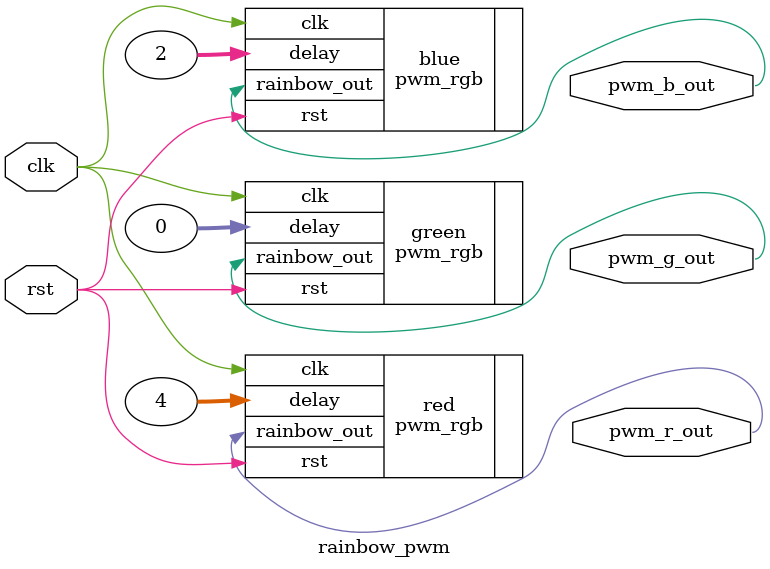
<source format=sv>
module rainbow_pwm 
#(
    parameter R = 8,
    parameter grad_thresh = 1_000_000,
    parameter [31:0] dvsr = 488
)
(
    input logic clk,
    input logic rst,
    output logic pwm_r_out,
    output logic pwm_g_out,
    output logic pwm_b_out
);

// Red LED PWM
pwm_rgb
#(
    .R(R),
    .grad_thresh(grad_thresh),
    .dvsr(dvsr)
)
red
(
    .clk(clk),
    .rst(rst),
    .delay(4),
    .rainbow_out(pwm_r_out)
);

// Green LED PWM
pwm_rgb
#(
    .R(R),
    .grad_thresh(grad_thresh),
    .dvsr(dvsr)
)
green
(
    .clk(clk),
    .rst(rst),
    .delay(0),
    .rainbow_out(pwm_g_out)
);

// Blue LED PWM
pwm_rgb
#(
    .R(R),
    .grad_thresh(grad_thresh),
    .dvsr(dvsr)
)
blue
(
    .clk(clk),
    .rst(rst),
    .delay(2),
    .rainbow_out(pwm_b_out)
);

endmodule
</source>
